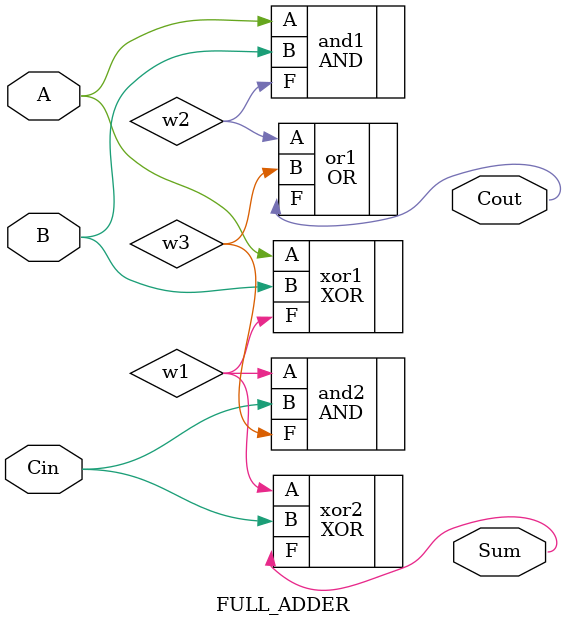
<source format=v>
module FULL_ADDER(
    input A,
    input B,
    input Cin,
    output Sum,
    output Cout
);
    wire w1, w2, w3;

    XOR xor1(.A(A), .B(B), .F(w1));
    XOR xor2(.A(w1), .B(Cin), .F(Sum));
    AND and1(.A(A), .B(B), .F(w2));
    AND and2(.A(w1), .B(Cin), .F(w3));
    OR or1(.A(w2), .B(w3), .F(Cout));
endmodule
</source>
